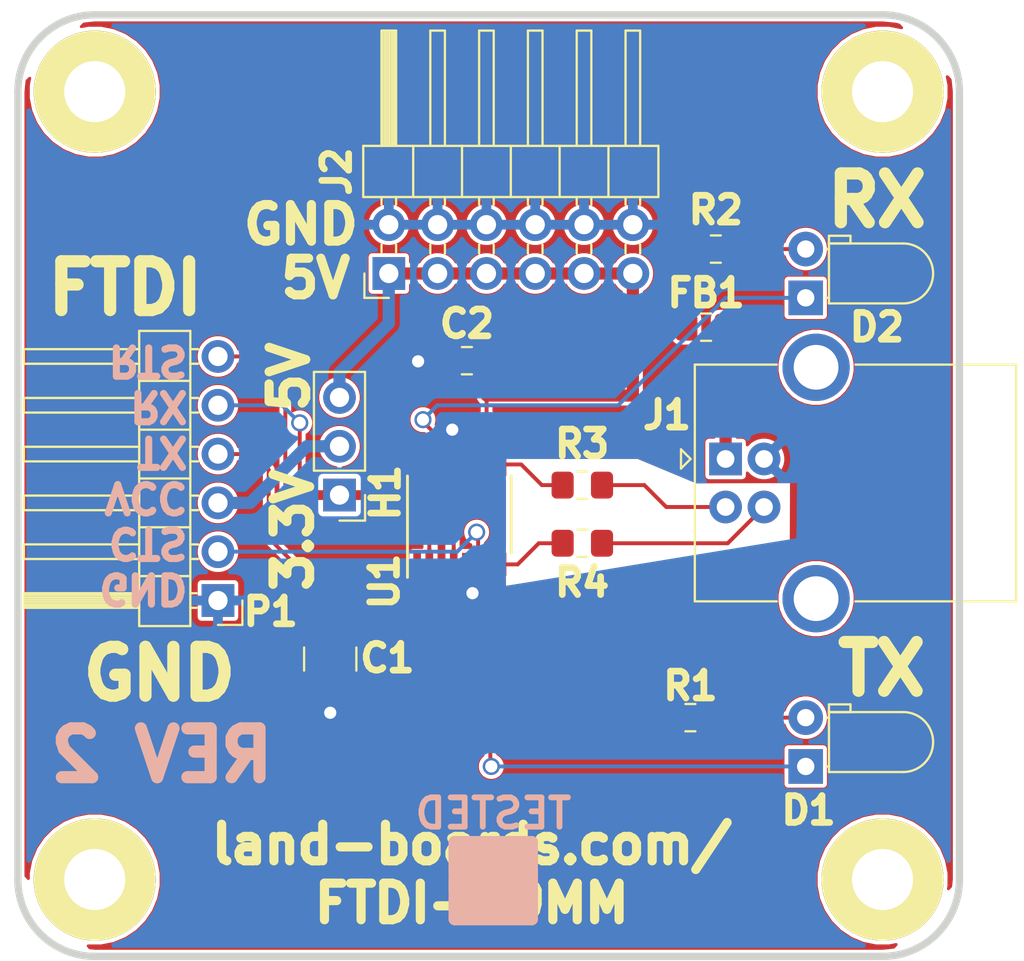
<source format=kicad_pcb>
(kicad_pcb (version 20211014) (generator pcbnew)
  (title_block (title "FTDI-49MM") (date "2020-03-10") (rev "1") (company "Land Boards LLC"))
  (layers (0 "F.Cu" signal "Front") (31 "B.Cu" signal "Back") (36 "B.SilkS" user "B.Silkscreen") (37 "F.SilkS" user "F.Silkscreen") (38 "B.Mask" user) (39 "F.Mask" user) (44 "Edge.Cuts" user))
  (net 0 "")
  (net 1 "/+3.3V")
  (net 2 "/+5V")
  (net 3 "/CTS")
  (net 4 "/DM")
  (net 5 "/DP")
  (net 6 "/PUP0")
  (net 7 "/PUP1")
  (net 8 "/RTS")
  (net 9 "/RX")
  (net 10 "/RXLED*")
  (net 11 "/TX")
  (net 12 "/TXLED*")
  (net 13 "GND")
  (net 14 "/5VOUT")
  (net 15 "Net-(J1-Pad2)")
  (net 16 "Net-(J1-Pad3)")
  (net 17 "Net-(FB1-Pad2)")
  (footprint "Connector_PinHeader_2.54mm:PinHeader_2x06_P2.54mm_Horizontal" (layer "F.Cu") (at 19.304 13.462 90)
    (fp_text reference "J2" (at 5.3086 -2.7178 90) (layer "F.SilkS") (effects (font (size 1.397 1.397) (thickness 0.381))))
    (fp_text value "Conn_02x06_Odd_Even")
    (fp_line (start 3.582929 4.7) (end 3.98 4.7) (layer "F.SilkS") (width 0.12))
    (fp_line (start 1.042929 13.08) (end 1.497071 13.08) (layer "F.SilkS") (width 0.12))
    (fp_line (start 3.98 -1.33) (end 3.98 14.03) (layer "F.SilkS") (width 0.12))
    (fp_line (start 6.64 7.24) (end 12.64 7.24) (layer "F.SilkS") (width 0.12))
    (fp_line (start 3.98 14.03) (end 6.64 14.03) (layer "F.SilkS") (width 0.12))
    (fp_line (start 1.042929 2.16) (end 1.497071 2.16) (layer "F.SilkS") (width 0.12))
    (fp_line (start 3.582929 2.16) (end 3.98 2.16) (layer "F.SilkS") (width 0.12))
    (fp_line (start 12.64 7.24) (end 12.64 8) (layer "F.SilkS") (width 0.12))
    (fp_line (start 1.042929 7.24) (end 1.497071 7.24) (layer "F.SilkS") (width 0.12))
    (fp_line (start 6.64 -0.08) (end 12.64 -0.08) (layer "F.SilkS") (width 0.12))
    (fp_line (start 1.11 -0.38) (end 1.497071 -0.38) (layer "F.SilkS") (width 0.12))
    (fp_line (start 12.64 10.54) (end 6.64 10.54) (layer "F.SilkS") (width 0.12))
    (fp_line (start 1.042929 8) (end 1.497071 8) (layer "F.SilkS") (width 0.12))
    (fp_line (start 6.64 -0.32) (end 12.64 -0.32) (layer "F.SilkS") (width 0.12))
    (fp_line (start 1.042929 10.54) (end 1.497071 10.54) (layer "F.SilkS") (width 0.12))
    (fp_line (start -1.27 0) (end -1.27 -1.27) (layer "F.SilkS") (width 0.12))
    (fp_line (start 1.11 0.38) (end 1.497071 0.38) (layer "F.SilkS") (width 0.12))
    (fp_line (start 12.64 8) (end 6.64 8) (layer "F.SilkS") (width 0.12))
    (fp_line (start 12.64 2.92) (end 6.64 2.92) (layer "F.SilkS") (width 0.12))
    (fp_line (start 3.582929 0.38) (end 3.98 0.38) (layer "F.SilkS") (width 0.12))
    (fp_line (start 3.582929 13.08) (end 3.98 13.08) (layer "F.SilkS") (width 0.12))
    (fp_line (start 12.64 9.78) (end 12.64 10.54) (layer "F.SilkS") (width 0.12))
    (fp_line (start -1.27 -1.27) (end 0 -1.27) (layer "F.SilkS") (width 0.12))
    (fp_line (start 12.64 13.08) (end 6.64 13.08) (layer "F.SilkS") (width 0.12))
    (fp_line (start 12.64 12.32) (end 12.64 13.08) (layer "F.SilkS") (width 0.12))
    (fp_line (start 6.64 4.7) (end 12.64 4.7) (layer "F.SilkS") (width 0.12))
    (fp_line (start 3.98 8.89) (end 6.64 8.89) (layer "F.SilkS") (width 0.12))
    (fp_line (start 3.582929 10.54) (end 3.98 10.54) (layer "F.SilkS") (width 0.12))
    (fp_line (start 1.042929 12.32) (end 1.497071 12.32) (layer "F.SilkS") (width 0.12))
    (fp_line (start 12.64 2.16) (end 12.64 2.92) (layer "F.SilkS") (width 0.12))
    (fp_line (start 3.582929 9.78) (end 3.98 9.78) (layer "F.SilkS") (width 0.12))
    (fp_line (start 3.582929 -0.38) (end 3.98 -0.38) (layer "F.SilkS") (width 0.12))
    (fp_line (start 12.64 5.46) (end 6.64 5.46) (layer "F.SilkS") (width 0.12))
    (fp_line (start 6.64 0.28) (end 12.64 0.28) (layer "F.SilkS") (width 0.12))
    (fp_line (start 3.98 11.43) (end 6.64 11.43) (layer "F.SilkS") (width 0.12))
    (fp_line (start 6.64 9.78) (end 12.64 9.78) (layer "F.SilkS") (width 0.12))
    (fp_line (start 3.582929 5.46) (end 3.98 5.46) (layer "F.SilkS") (width 0.12))
    (fp_line (start 3.98 6.35) (end 6.64 6.35) (layer "F.SilkS") (width 0.12))
    (fp_line (start 3.582929 12.32) (end 3.98 12.32) (layer "F.SilkS") (width 0.12))
    (fp_line (start 3.98 1.27) (end 6.64 1.27) (layer "F.SilkS") (width 0.12))
    (fp_line (start 6.64 0.04) (end 12.64 0.04) (layer "F.SilkS") (width 0.12))
    (fp_line (start 6.64 0.16) (end 12.64 0.16) (layer "F.SilkS") (width 0.12))
    (fp_line (start 6.64 -0.38) (end 12.64 -0.38) (layer "F.SilkS") (width 0.12))
    (fp_line (start 3.582929 8) (end 3.98 8) (layer "F.SilkS") (width 0.12))
    (fp_line (start 12.64 -0.38) (end 12.64 0.38) (layer "F.SilkS") (width 0.12))
    (fp_line (start 6.64 -0.2) (end 12.64 -0.2) (layer "F.SilkS") (width 0.12))
    (fp_line (start 6.64 14.03) (end 6.64 -1.33) (layer "F.SilkS") (width 0.12))
    (fp_line (start 1.042929 4.7) (end 1.497071 4.7) (layer "F.SilkS") (width 0.12))
    (fp_line (start 3.582929 2.92) (end 3.98 2.92) (layer "F.SilkS") (width 0.12))
    (fp_line (start 6.64 -1.33) (end 3.98 -1.33) (layer "F.SilkS") (width 0.12))
    (fp_line (start 3.582929 7.24) (end 3.98 7.24) (layer "F.SilkS") (width 0.12))
    (fp_line (start 6.64 12.32) (end 12.64 12.32) (layer "F.SilkS") (width 0.12))
    (fp_line (start 12.64 4.7) (end 12.64 5.46) (layer "F.SilkS") (width 0.12))
    (fp_line (start 12.64 0.38) (end 6.64 0.38) (layer "F.SilkS") (width 0.12))
    (fp_line (start 1.042929 9.78) (end 1.497071 9.78) (layer "F.SilkS") (width 0.12))
    (fp_line (start 1.042929 5.46) (end 1.497071 5.46) (layer "F.SilkS") (width 0.12))
    (fp_line (start 3.98 3.81) (end 6.64 3.81) (layer "F.SilkS") (width 0.12))
    (fp_line (start 6.64 2.16) (end 12.64 2.16) (layer "F.SilkS") (width 0.12))
    (fp_line (start 1.042929 2.92) (end 1.497071 2.92) (layer "F.SilkS") (width 0.12))
    (pad "1" thru_hole rect locked (at 0 0 90) (size 1.7 1.7) (drill 1) (layers *.Cu *.Mask) (net 2 "/+5V"))
    (pad "2" thru_hole oval locked (at 2.54 0 90) (size 1.7 1.7) (drill 1) (layers *.Cu *.Mask) (net 13 "GND"))
    (pad "3" thru_hole oval locked (at 0 2.54 90) (size 1.7 1.7) (drill 1) (layers *.Cu *.Mask) (net 2 "/+5V"))
    (pad "4" thru_hole oval locked (at 2.54 2.54 90) (size 1.7 1.7) (drill 1) (layers *.Cu *.Mask) (net 13 "GND"))
    (pad "5" thru_hole oval locked (at 0 5.08 90) (size 1.7 1.7) (drill 1) (layers *.Cu *.Mask) (net 2 "/+5V"))
    (pad "6" thru_hole oval locked (at 2.54 5.08 90) (size 1.7 1.7) (drill 1) (layers *.Cu *.Mask) (net 13 "GND"))
    (pad "7" thru_hole oval locked (at 0 7.62 90) (size 1.7 1.7) (drill 1) (layers *.Cu *.Mask) (net 2 "/+5V"))
    (pad "8" thru_hole oval locked (at 2.54 7.62 90) (size 1.7 1.7) (drill 1) (layers *.Cu *.Mask) (net 13 "GND"))
    (pad "9" thru_hole oval locked (at 0 10.16 90) (size 1.7 1.7) (drill 1) (layers *.Cu *.Mask) (net 2 "/+5V"))
    (pad "10" thru_hole oval locked (at 2.54 10.16 90) (size 1.7 1.7) (drill 1) (layers *.Cu *.Mask) (net 13 "GND"))
    (pad "11" thru_hole oval locked (at 0 12.7 90) (size 1.7 1.7) (drill 1) (layers *.Cu *.Mask) (net 2 "/+5V"))
    (pad "12" thru_hole oval locked (at 2.54 12.7 90) (size 1.7 1.7) (drill 1) (layers *.Cu *.Mask) (net 13 "GND"))
  )
  (footprint "LandBoards_BoardOutlines:BD-49X49" (layer "F.Cu") (at 0 49)
    (fp_text reference "BD-49X49" hide)
    (fp_text value "PCB_49MM" hide)
    (fp_line (start 45 -49) (end 4 -49) (layer "F.SilkS") (width 0.15))
    (fp_line (start 49 -4) (end 49 -45) (layer "F.SilkS") (width 0.15))
    (fp_line (start 0 -45) (end 0 -4) (layer "F.SilkS") (width 0.15))
    (fp_line (start 4 0) (end 45 0) (layer "F.SilkS") (width 0.15))
    (fp_arc (start 0 -45) (mid 1.171573 -47.828427) (end 4 -49) (layer "F.SilkS") (width 0.15))
    (fp_arc (start 49 -4) (mid 47.828427 -1.171573) (end 45 0) (layer "F.SilkS") (width 0.15))
    (fp_arc (start 45 -49) (mid 47.828427 -47.828427) (end 49 -45) (layer "F.SilkS") (width 0.15))
    (fp_arc (start 4 0) (mid 1.171573 -1.171573) (end 0 -4) (layer "F.SilkS") (width 0.15))
    (pad "1" thru_hole circle locked (at 4 -45) (size 6.35 6.35) (drill 3.175) (layers *.Cu *.Mask "F.SilkS"))
    (pad "2" thru_hole circle locked (at 45 -45) (size 6.35 6.35) (drill 3.175) (layers *.Cu *.Mask "F.SilkS"))
    (pad "3" thru_hole circle locked (at 4 -4) (size 6.35 6.35) (drill 3.175) (layers *.Cu *.Mask "F.SilkS"))
    (pad "4" thru_hole circle locked (at 45 -4) (size 6.35 6.35) (drill 3.175) (layers *.Cu *.Mask "F.SilkS"))
  )
  (footprint "Capacitor_SMD:C_1210_3225Metric_Pad1.42x2.65mm_HandSolder" (layer "F.Cu") (at 16.256 33.528 -90)
    (fp_text reference "C1" (at -0.0508 -2.9718) (layer "F.SilkS") (effects (font (size 1.397 1.397) (thickness 0.381))))
    (fp_text value "10uF")
    (fp_line (start -0.602064 1.36) (end 0.602064 1.36) (layer "F.SilkS") (width 0.12))
    (fp_line (start -0.602064 -1.36) (end 0.602064 -1.36) (layer "F.SilkS") (width 0.12))
    (pad "1" smd roundrect locked (at -1.4875 0 270) (size 1.425 2.65) (layers "F.Cu" "F.Paste" "F.Mask") (roundrect_rratio 0.175439) (net 1 "/+3.3V"))
    (pad "2" smd roundrect locked (at 1.4875 0 270) (size 1.425 2.65) (layers "F.Cu" "F.Paste" "F.Mask") (roundrect_rratio 0.175439) (net 13 "GND"))
  )
  (footprint "Capacitor_SMD:C_0805_2012Metric_Pad1.15x1.40mm_HandSolder" (layer "F.Cu") (at 23.368 18 180)
    (fp_text reference "C2" (at 0 1.9218 180) (layer "F.SilkS") (effects (font (size 1.397 1.397) (thickness 0.381))))
    (fp_text value "0.1uF")
    (fp_line (start -0.261252 -0.71) (end 0.261252 -0.71) (layer "F.SilkS") (width 0.12))
    (fp_line (start -0.261252 0.71) (end 0.261252 0.71) (layer "F.SilkS") (width 0.12))
    (pad "1" smd roundrect locked (at -1.025 0 180) (size 1.15 1.4) (layers "F.Cu" "F.Paste" "F.Mask") (roundrect_rratio 0.217391) (net 2 "/+5V"))
    (pad "2" smd roundrect locked (at 1.025 0 180) (size 1.15 1.4) (layers "F.Cu" "F.Paste" "F.Mask") (roundrect_rratio 0.217391) (net 13 "GND"))
  )
  (footprint "Connector_PinHeader_2.54mm:PinHeader_1x03_P2.54mm_Vertical" (layer "F.Cu") (at 16.7386 24.9936 180)
    (fp_text reference "H1" (at -2.3876 0.127 90) (layer "F.SilkS") (effects (font (size 1.397 1.397) (thickness 0.34925))))
    (fp_text value "HDR, STRT, 13")
    (fp_line (start -1.33 1.27) (end 1.33 1.27) (layer "F.SilkS") (width 0.12))
    (fp_line (start -1.33 -1.33) (end 0 -1.33) (layer "F.SilkS") (width 0.12))
    (fp_line (start -1.33 6.41) (end 1.33 6.41) (layer "F.SilkS") (width 0.12))
    (fp_line (start -1.33 1.27) (end -1.33 6.41) (layer "F.SilkS") (width 0.12))
    (fp_line (start 1.33 1.27) (end 1.33 6.41) (layer "F.SilkS") (width 0.12))
    (fp_line (start -1.33 0) (end -1.33 -1.33) (layer "F.SilkS") (width 0.12))
    (pad "1" thru_hole rect locked (at 0 0 180) (size 1.7 1.7) (drill 1) (layers *.Cu *.Mask) (net 1 "/+3.3V"))
    (pad "2" thru_hole oval locked (at 0 2.54 180) (size 1.7 1.7) (drill 1) (layers *.Cu *.Mask) (net 14 "/5VOUT"))
    (pad "3" thru_hole oval locked (at 0 5.08 180) (size 1.7 1.7) (drill 1) (layers *.Cu *.Mask) (net 2 "/+5V"))
  )
  (footprint "Connector_USB:USB_B_OST_USB-B1HSxx_Horizontal" (layer "F.Cu") (at 36.83 23.114)
    (fp_text reference "J1" (at -3.048 -2.286) (layer "F.SilkS") (effects (font (size 1.397 1.397) (thickness 0.381))))
    (fp_text value "USB-B")
    (fp_line (start -2.32 0.5) (end -1.82 0) (layer "F.SilkS") (width 0.12))
    (fp_line (start -1.6 7.41) (end 2.66 7.41) (layer "F.SilkS") (width 0.12))
    (fp_line (start -1.82 0) (end -2.32 -0.5) (layer "F.SilkS") (width 0.12))
    (fp_line (start 15.12 -4.91) (end 15.12 7.41) (layer "F.SilkS") (width 0.12))
    (fp_line (start 15.12 7.41) (end 6.76 7.41) (layer "F.SilkS") (width 0.12))
    (fp_line (start -1.6 -4.91) (end -1.6 7.41) (layer "F.SilkS") (width 0.12))
    (fp_line (start 2.66 -4.91) (end -1.6 -4.91) (layer "F.SilkS") (width 0.12))
    (fp_line (start -2.32 -0.5) (end -2.32 0.5) (layer "F.SilkS") (width 0.12))
    (fp_line (start 6.76 -4.91) (end 15.12 -4.91) (layer "F.SilkS") (width 0.12))
    (pad "1" thru_hole rect locked (at 0 0) (size 1.7 1.7) (drill 0.92) (layers *.Cu *.Mask) (net 17 "Net-(FB1-Pad2)"))
    (pad "2" thru_hole circle locked (at 0 2.5) (size 1.7 1.7) (drill 0.92) (layers *.Cu *.Mask) (net 15 "Net-(J1-Pad2)"))
    (pad "3" thru_hole circle locked (at 2 2.5) (size 1.7 1.7) (drill 0.92) (layers *.Cu *.Mask) (net 16 "Net-(J1-Pad3)"))
    (pad "4" thru_hole circle locked (at 2 0) (size 1.7 1.7) (drill 0.92) (layers *.Cu *.Mask) (net 13 "GND"))
    (pad "5" thru_hole circle locked (at 4.71 -4.77) (size 3.5 3.5) (drill 2.33) (layers *.Cu *.Mask))
    (pad "5" thru_hole circle locked (at 4.71 7.27) (size 3.5 3.5) (drill 2.33) (layers *.Cu *.Mask))
  )
  (footprint "Connector_PinHeader_2.54mm:PinHeader_1x06_P2.54mm_Horizontal" (layer "F.Cu") (at 10.414 30.48 180)
    (fp_text reference "P1" (at -2.7432 -0.5842 180) (layer "F.SilkS") (effects (font (size 1.397 1.397) (thickness 0.34925))))
    (fp_text value "HDR, RT ANG, 1x6")
    (fp_line (start 10.1 -0.38) (end 10.1 0.38) (layer "F.SilkS") (width 0.12))
    (fp_line (start 4.1 0.04) (end 10.1 0.04) (layer "F.SilkS") (width 0.12))
    (fp_line (start 10.1 4.7) (end 10.1 5.46) (layer "F.SilkS") (width 0.12))
    (fp_line (start 10.1 2.16) (end 10.1 2.92) (layer "F.SilkS") (width 0.12))
    (fp_line (start 4.1 2.16) (end 10.1 2.16) (layer "F.SilkS") (width 0.12))
    (fp_line (start 4.1 9.78) (end 10.1 9.78) (layer "F.SilkS") (width 0.12))
    (fp_line (start 1.11 -0.38) (end 1.44 -0.38) (layer "F.SilkS") (width 0.12))
    (fp_line (start 1.042929 5.46) (end 1.44 5.46) (layer "F.SilkS") (width 0.12))
    (fp_line (start 1.44 8.89) (end 4.1 8.89) (layer "F.SilkS") (width 0.12))
    (fp_line (start 1.042929 4.7) (end 1.44 4.7) (layer "F.SilkS") (width 0.12))
    (fp_line (start 10.1 10.54) (end 4.1 10.54) (layer "F.SilkS") (width 0.12))
    (fp_line (start 1.44 11.43) (end 4.1 11.43) (layer "F.SilkS") (width 0.12))
    (fp_line (start 1.44 14.03) (end 4.1 14.03) (layer "F.SilkS") (width 0.12))
    (fp_line (start 10.1 9.78) (end 10.1 10.54) (layer "F.SilkS") (width 0.12))
    (fp_line (start 10.1 13.08) (end 4.1 13.08) (layer "F.SilkS") (width 0.12))
    (fp_line (start 1.44 1.27) (end 4.1 1.27) (layer "F.SilkS") (width 0.12))
    (fp_line (start 4.1 14.03) (end 4.1 -1.33) (layer "F.SilkS") (width 0.12))
    (fp_line (start 10.1 8) (end 4.1 8) (layer "F.SilkS") (width 0.12))
    (fp_line (start 4.1 -0.08) (end 10.1 -0.08) (layer "F.SilkS") (width 0.12))
    (fp_line (start 10.1 5.46) (end 4.1 5.46) (layer "F.SilkS") (width 0.12))
    (fp_line (start 4.1 -0.38) (end 10.1 -0.38) (layer "F.SilkS") (width 0.12))
    (fp_line (start 1.11 0.38) (end 1.44 0.38) (layer "F.SilkS") (width 0.12))
    (fp_line (start 1.44 -1.33) (end 1.44 14.03) (layer "F.SilkS") (width 0.12))
    (fp_line (start 10.1 12.32) (end 10.1 13.08) (layer "F.SilkS") (width 0.12))
    (fp_line (start -1.27 -1.27) (end 0 -1.27) (layer "F.SilkS") (width 0.12))
    (fp_line (start 1.042929 9.78) (end 1.44 9.78) (layer "F.SilkS") (width 0.12))
    (fp_line (start 1.042929 12.32) (end 1.44 12.32) (layer "F.SilkS") (width 0.12))
    (fp_line (start 4.1 0.16) (end 10.1 0.16) (layer "F.SilkS") (width 0.12))
    (fp_line (start 1.042929 2.16) (end 1.44 2.16) (layer "F.SilkS") (width 0.12))
    (fp_line (start 4.1 -1.33) (end 1.44 -1.33) (layer "F.SilkS") (width 0.12))
    (fp_line (start -1.27 0) (end -1.27 -1.27) (layer "F.SilkS") (width 0.12))
    (fp_line (start 4.1 0.28) (end 10.1 0.28) (layer "F.SilkS") (width 0.12))
    (fp_line (start 1.44 3.81) (end 4.1 3.81) (layer "F.SilkS") (width 0.12))
    (fp_line (start 10.1 7.24) (end 10.1 8) (layer "F.SilkS") (width 0.12))
    (fp_line (start 1.042929 2.92) (end 1.44 2.92) (layer "F.SilkS") (width 0.12))
    (fp_line (start 1.042929 10.54) (end 1.44 10.54) (layer "F.SilkS") (width 0.12))
    (fp_line (start 10.1 0.38) (end 4.1 0.38) (layer "F.SilkS") (width 0.12))
    (fp_line (start 10.1 2.92) (end 4.1 2.92) (layer "F.SilkS") (width 0.12))
    (fp_line (start 4.1 -0.2) (end 10.1 -0.2) (layer "F.SilkS") (width 0.12))
    (fp_line (start 1.042929 8) (end 1.44 8) (layer "F.SilkS") (width 0.12))
    (fp_line (start 1.44 6.35) (end 4.1 6.35) (layer "F.SilkS") (width 0.12))
    (fp_line (start 1.042929 7.24) (end 1.44 7.24) (layer "F.SilkS") (width 0.12))
    (fp_line (start 4.1 7.24) (end 10.1 7.24) (layer "F.SilkS") (width 0.12))
    (fp_line (start 1.042929 13.08) (end 1.44 13.08) (layer "F.SilkS") (width 0.12))
    (fp_line (start 4.1 -0.32) (end 10.1 -0.32) (layer "F.SilkS") (width 0.12))
    (fp_line (start 4.1 4.7) (end 10.1 4.7) (layer "F.SilkS") (width 0.12))
    (fp_line (start 4.1 12.32) (end 10.1 12.32) (layer "F.SilkS") (width 0.12))
    (pad "1" thru_hole rect locked (at 0 0 180) (size 1.7 1.7) (drill 1) (layers *.Cu *.Mask) (net 13 "GND"))
    (pad "2" thru_hole oval locked (at 0 2.54 180) (size 1.7 1.7) (drill 1) (layers *.Cu *.Mask) (net 3 "/CTS"))
    (pad "3" thru_hole oval locked (at 0 5.08 180) (size 1.7 1.7) (drill 1) (layers *.Cu *.Mask) (net 14 "/5VOUT"))
    (pad "4" thru_hole oval locked (at 0 7.62 180) (size 1.7 1.7) (drill 1) (layers *.Cu *.Mask) (net 11 "/TX"))
    (pad "5" thru_hole oval locked (at 0 10.16 180) (size 1.7 1.7) (drill 1) (layers *.Cu *.Mask) (net 9 "/RX"))
    (pad "6" thru_hole oval locked (at 0 12.7 180) (size 1.7 1.7) (drill 1) (layers *.Cu *.Mask) (net 8 "/RTS"))
  )
  (footprint "Resistor_SMD:R_0805_2012Metric_Pad1.15x1.40mm_HandSolder" (layer "F.Cu") (at 35 36.576)
    (fp_text reference "R1" (at 0 -1.65) (layer "F.SilkS") (effects (font (size 1.397 1.397) (thickness 0.381))))
    (fp_text value "560")
    (fp_line (start -0.261252 -0.71) (end 0.261252 -0.71) (layer "F.SilkS") (width 0.12))
    (fp_line (start -0.261252 0.71) (end 0.261252 0.71) (layer "F.SilkS") (width 0.12))
    (pad "1" smd roundrect locked (at -1.025 0) (size 1.15 1.4) (layers "F.Cu" "F.Paste" "F.Mask") (roundrect_rratio 0.217391) (net 1 "/+3.3V"))
    (pad "2" smd roundrect locked (at 1.025 0) (size 1.15 1.4) (layers "F.Cu" "F.Paste" "F.Mask") (roundrect_rratio 0.217391) (net 6 "/PUP0"))
  )
  (footprint "Resistor_SMD:R_0805_2012Metric_Pad1.15x1.40mm_HandSolder" (layer "F.Cu") (at 36.322 12.192)
    (fp_text reference "R2" (at 0 -2.032) (layer "F.SilkS") (effects (font (size 1.397 1.397) (thickness 0.381))))
    (fp_text value "560")
    (fp_line (start -0.261252 0.71) (end 0.261252 0.71) (layer "F.SilkS") (width 0.12))
    (fp_line (start -0.261252 -0.71) (end 0.261252 -0.71) (layer "F.SilkS") (width 0.12))
    (pad "1" smd roundrect locked (at -1.025 0) (size 1.15 1.4) (layers "F.Cu" "F.Paste" "F.Mask") (roundrect_rratio 0.217391) (net 1 "/+3.3V"))
    (pad "2" smd roundrect locked (at 1.025 0) (size 1.15 1.4) (layers "F.Cu" "F.Paste" "F.Mask") (roundrect_rratio 0.217391) (net 7 "/PUP1"))
  )
  (footprint "Package_SO:SSOP-16_3.9x4.9mm_P0.635mm" (layer "F.Cu") (at 23 26 90)
    (fp_text reference "U1" (at -3.4894 -3.9246 90) (layer "F.SilkS") (effects (font (size 1.397 1.397) (thickness 0.381))))
    (fp_text value "FT230XS")
    (fp_line (start -2 2.675) (end 2 2.675) (layer "F.SilkS") (width 0.15))
    (fp_line (start -3.275 -2.725) (end 2 -2.725) (layer "F.SilkS") (width 0.15))
    (pad "1" smd rect locked (at -2.6 -2.2225 90) (size 1.2 0.4) (layers "F.Cu" "F.Paste" "F.Mask") (net 11 "/TX"))
    (pad "2" smd rect locked (at -2.6 -1.5875 90) (size 1.2 0.4) (layers "F.Cu" "F.Paste" "F.Mask") (net 8 "/RTS"))
    (pad "3" smd rect locked (at -2.6 -0.9525 90) (size 1.2 0.4) (layers "F.Cu" "F.Paste" "F.Mask") (net 1 "/+3.3V"))
    (pad "4" smd rect locked (at -2.6 -0.3175 90) (size 1.2 0.4) (layers "F.Cu" "F.Paste" "F.Mask") (net 9 "/RX"))
    (pad "5" smd rect locked (at -2.6 0.3175 90) (size 1.2 0.4) (layers "F.Cu" "F.Paste" "F.Mask") (net 13 "GND"))
    (pad "6" smd rect locked (at -2.6 0.9525 90) (size 1.2 0.4) (layers "F.Cu" "F.Paste" "F.Mask") (net 3 "/CTS"))
    (pad "7" smd rect locked (at -2.6 1.5875 90) (size 1.2 0.4) (layers "F.Cu" "F.Paste" "F.Mask") (net 12 "/TXLED*"))
    (pad "8" smd rect locked (at -2.6 2.2225 90) (size 1.2 0.4) (layers "F.Cu" "F.Paste" "F.Mask") (net 5 "/DP"))
    (pad "9" smd rect locked (at 2.6 2.2225 90) (size 1.2 0.4) (layers "F.Cu" "F.Paste" "F.Mask") (net 4 "/DM"))
    (pad "10" smd rect locked (at 2.6 1.5875 90) (size 1.2 0.4) (layers "F.Cu" "F.Paste" "F.Mask") (net 1 "/+3.3V"))
    (pad "11" smd rect locked (at 2.6 0.9525 90) (size 1.2 0.4) (layers "F.Cu" "F.Paste" "F.Mask"))
    (pad "12" smd rect locked (at 2.6 0.3175 90) (size 1.2 0.4) (layers "F.Cu" "F.Paste" "F.Mask") (net 2 "/+5V"))
    (pad "13" smd rect locked (at 2.6 -0.3175 90) (size 1.2 0.4) (layers "F.Cu" "F.Paste" "F.Mask") (net 13 "GND"))
    (pad "14" smd rect locked (at 2.6 -0.9525 90) (size 1.2 0.4) (layers "F.Cu" "F.Paste" "F.Mask") (net 10 "/RXLED*"))
    (pad "15" smd rect locked (at 2.6 -1.5875 90) (size 1.2 0.4) (layers "F.Cu" "F.Paste" "F.Mask"))
    (pad "16" smd rect locked (at 2.6 -2.2225 90) (size 1.2 0.4) (layers "F.Cu" "F.Paste" "F.Mask"))
  )
  (footprint "LED_THT:LED_D3.0mm_Horizontal_O1.27mm_Z2.0mm" (layer "F.Cu") (at 41 39.116 90)
    (fp_text reference "D1" (at -2.286 0.148 180) (layer "F.SilkS") (effects (font (size 1.397 1.397) (thickness 0.381))))
    (fp_text value "LED_ALT")
    (fp_line (start 3.23 2.33) (end 2.83 2.33) (layer "F.SilkS") (width 0.12))
    (fp_line (start 0 1.08) (end 0 1.21) (layer "F.SilkS") (width 0.12))
    (fp_line (start -0.29 1.21) (end -0.29 5.07) (layer "F.SilkS") (width 0.12))
    (fp_line (start 2.54 1.08) (end 2.54 1.08) (layer "F.SilkS") (width 0.12))
    (fp_line (start 2.54 1.08) (end 2.54 1.21) (layer "F.SilkS") (width 0.12))
    (fp_line (start 2.54 1.21) (end 2.54 1.21) (layer "F.SilkS") (width 0.12))
    (fp_line (start 3.23 1.21) (end 3.23 2.33) (layer "F.SilkS") (width 0.12))
    (fp_line (start 2.83 1.21) (end 2.83 5.07) (layer "F.SilkS") (width 0.12))
    (fp_line (start 0 1.21) (end 0 1.21) (layer "F.SilkS") (width 0.12))
    (fp_line (start 2.54 1.21) (end 2.54 1.08) (layer "F.SilkS") (width 0.12))
    (fp_line (start 2.83 1.21) (end 3.23 1.21) (layer "F.SilkS") (width 0.12))
    (fp_line (start 0 1.21) (end 0 1.08) (layer "F.SilkS") (width 0.12))
    (fp_line (start -0.29 1.21) (end 2.83 1.21) (layer "F.SilkS") (width 0.12))
    (fp_line (start 2.83 2.33) (end 2.83 1.21) (layer "F.SilkS") (width 0.12))
    (fp_line (start 0 1.08) (end 0 1.08) (layer "F.SilkS") (width 0.12))
    (fp_arc (start 2.83 5.07) (mid 1.27 6.63) (end -0.29 5.07) (layer "F.SilkS") (width 0.12))
    (pad "1" thru_hole rect locked (at 0 0 90) (size 1.8 1.8) (drill 0.9) (layers *.Cu *.Mask) (net 12 "/TXLED*"))
    (pad "2" thru_hole circle locked (at 2.54 0 90) (size 1.8 1.8) (drill 0.9) (layers *.Cu *.Mask) (net 6 "/PUP0"))
  )
  (footprint "LED_THT:LED_D3.0mm_Horizontal_O1.27mm_Z2.0mm" (layer "F.Cu") (at 41 14.73 90)
    (fp_text reference "D2" (at -1.526 3.704 180) (layer "F.SilkS") (effects (font (size 1.397 1.397) (thickness 0.381))))
    (fp_text value "LED_ALT")
    (fp_line (start 3.23 1.21) (end 3.23 2.33) (layer "F.SilkS") (width 0.12))
    (fp_line (start -0.29 1.21) (end 2.83 1.21) (layer "F.SilkS") (width 0.12))
    (fp_line (start -0.29 1.21) (end -0.29 5.07) (layer "F.SilkS") (width 0.12))
    (fp_line (start 2.83 1.21) (end 3.23 1.21) (layer "F.SilkS") (width 0.12))
    (fp_line (start 0 1.08) (end 0 1.21) (layer "F.SilkS") (width 0.12))
    (fp_line (start 2.54 1.21) (end 2.54 1.21) (layer "F.SilkS") (width 0.12))
    (fp_line (start 0 1.21) (end 0 1.21) (layer "F.SilkS") (width 0.12))
    (fp_line (start 2.54 1.08) (end 2.54 1.21) (layer "F.SilkS") (width 0.12))
    (fp_line (start 0 1.08) (end 0 1.08) (layer "F.SilkS") (width 0.12))
    (fp_line (start 2.54 1.21) (end 2.54 1.08) (layer "F.SilkS") (width 0.12))
    (fp_line (start 2.83 2.33) (end 2.83 1.21) (layer "F.SilkS") (width 0.12))
    (fp_line (start 2.54 1.08) (end 2.54 1.08) (layer "F.SilkS") (width 0.12))
    (fp_line (start 3.23 2.33) (end 2.83 2.33) (layer "F.SilkS") (width 0.12))
    (fp_line (start 2.83 1.21) (end 2.83 5.07) (layer "F.SilkS") (width 0.12))
    (fp_line (start 0 1.21) (end 0 1.08) (layer "F.SilkS") (width 0.12))
    (fp_arc (start 2.83 5.07) (mid 1.27 6.63) (end -0.29 5.07) (layer "F.SilkS") (width 0.12))
    (pad "1" thru_hole rect locked (at 0 0 90) (size 1.8 1.8) (drill 0.9) (layers *.Cu *.Mask) (net 10 "/RXLED*"))
    (pad "2" thru_hole circle locked (at 2.54 0 90) (size 1.8 1.8) (drill 0.9) (layers *.Cu *.Mask) (net 7 "/PUP1"))
  )
  (footprint "Resistor_SMD:R_0805_2012Metric_Pad1.15x1.40mm_HandSolder" (layer "F.Cu") (at 29.375001 24.475001 180)
    (fp_text reference "R3" (at 0.012601 2.148401 180) (layer "F.SilkS") (effects (font (size 1.397 1.397) (thickness 0.381))))
    (fp_text value "22")
    (fp_line (start -0.261252 0.71) (end 0.261252 0.71) (layer "F.SilkS") (width 0.12))
    (fp_line (start -0.261252 -0.71) (end 0.261252 -0.71) (layer "F.SilkS") (width 0.12))
    (pad "1" smd roundrect locked (at -1.025 0 180) (size 1.15 1.4) (layers "F.Cu" "F.Paste" "F.Mask") (roundrect_rratio 0.217391) (net 15 "Net-(J1-Pad2)"))
    (pad "2" smd roundrect locked (at 1.025 0 180) (size 1.15 1.4) (layers "F.Cu" "F.Paste" "F.Mask") (roundrect_rratio 0.217391) (net 4 "/DM"))
  )
  (footprint "Resistor_SMD:R_0805_2012Metric_Pad1.15x1.40mm_HandSolder" (layer "F.Cu") (at 29.375001 27.5 180)
    (fp_text reference "R4" (at 0.012601 -2.0402 180) (layer "F.SilkS") (effects (font (size 1.397 1.397) (thickness 0.381))))
    (fp_text value "22")
    (fp_line (start -0.261252 -0.71) (end 0.261252 -0.71) (layer "F.SilkS") (width 0.12))
    (fp_line (start -0.261252 0.71) (end 0.261252 0.71) (layer "F.SilkS") (width 0.12))
    (pad "1" smd roundrect locked (at -1.025 0 180) (size 1.15 1.4) (layers "F.Cu" "F.Paste" "F.Mask") (roundrect_rratio 0.217391) (net 16 "Net-(J1-Pad3)"))
    (pad "2" smd roundrect locked (at 1.025 0 180) (size 1.15 1.4) (layers "F.Cu" "F.Paste" "F.Mask") (roundrect_rratio 0.217391) (net 5 "/DP"))
  )
  (footprint "Resistor_SMD:R_0805_2012Metric_Pad1.15x1.40mm_HandSolder" (layer "F.Cu") (at 35.814 16.256)
    (fp_text reference "FB1" (at 0 -1.778) (layer "F.SilkS") (effects (font (size 1.397 1.397) (thickness 0.381))))
    (fp_text value "Ferrite_Bead")
    (fp_line (start -0.261252 0.71) (end 0.261252 0.71) (layer "F.SilkS") (width 0.12))
    (fp_line (start -0.261252 -0.71) (end 0.261252 -0.71) (layer "F.SilkS") (width 0.12))
    (pad "1" smd roundrect locked (at -1.025 0) (size 1.15 1.4) (layers "F.Cu" "F.Paste" "F.Mask") (roundrect_rratio 0.217391) (net 2 "/+5V"))
    (pad "2" smd roundrect locked (at 1.025 0) (size 1.15 1.4) (layers "F.Cu" "F.Paste" "F.Mask") (roundrect_rratio 0.217391) (net 17 "Net-(FB1-Pad2)"))
  )
  (footprint "LandBoards_Marking:TEST_BLK-REAR" (layer "F.Cu") (at 24.7396 45.0596)
    (fp_text reference "TESTED" (at 0 -3.5) (layer "B.SilkS") (effects (font (size 1.524 1.524) (thickness 0.3048)) (justify mirror)))
    (fp_text value "COUPON" hide)
    (fp_line (start -2 0) (end -2 0.5) (layer "B.SilkS") (width 0.65))
    (fp_line (start 2 1) (end -2 1) (layer "B.SilkS") (width 0.65))
    (fp_line (start 2 0.5) (end 2 1) (layer "B.SilkS") (width 0.65))
    (fp_line (start -2 1.5) (end 2 1.5) (layer "B.SilkS") (width 0.65))
    (fp_line (start -2 2) (end -2 -2) (layer "B.SilkS") (width 0.65))
    (fp_line (start -2 -2) (end -2 -1.5) (layer "B.SilkS") (width 0.65))
    (fp_line (start 2 -1) (end -2 -1) (layer "B.SilkS") (width 0.65))
    (fp_line (start -2 1) (end -2 1.5) (layer "B.SilkS") (width 0.65))
    (fp_line (start 2 -1.5) (end 2 -1) (layer "B.SilkS") (width 0.65))
    (fp_line (start -2 -2) (end 2 -2) (layer "B.SilkS") (width 0.65))
    (fp_line (start -2 -1.5) (end 2 -1.5) (layer "B.SilkS") (width 0.65))
    (fp_line (start -2 -0.5) (end 2 -0.5) (layer "B.SilkS") (width 0.65))
    (fp_line (start -2 0.5) (end 1.5 0.5) (layer "B.SilkS") (width 0.65))
    (fp_line (start -2 -1) (end -2 -0.5) (layer "B.SilkS") (width 0.65))
    (fp_line (start 1.5 0.5) (end 2 0.5) (layer "B.SilkS") (width 0.65))
    (fp_line (start 2 -2) (end 2 2) (layer "B.SilkS") (width 0.65))
    (fp_line (start 2 0) (end -2 0) (layer "B.SilkS") (width 0.65))
    (fp_line (start 2 -0.5) (end 2 0) (layer "B.SilkS") (width 0.65))
    (fp_line (start 2 2) (end -2 2) (layer "B.SilkS") (width 0.65))
  )
  (gr_line (start 0 4) (end 0 45) (layer "Edge.Cuts") (width 0.381))
  (gr_line (start 4 0) (end 45 0) (layer "Edge.Cuts") (width 0.381))
  (gr_line (start 49 4) (end 49 45) (layer "Edge.Cuts") (width 0.381))
  (gr_arc (start 0 4) (mid 1.171573 1.171573) (end 4 0) (layer "Edge.Cuts") (width 0.381))
  (gr_arc (start 49 45) (mid 47.828427 47.828427) (end 45 49) (layer "Edge.Cuts") (width 0.381))
  (gr_line (start 45 49) (end 4 49) (layer "Edge.Cuts") (width 0.381))
  (gr_arc (start 4 49) (mid 1.171573 47.828427) (end 0 45) (layer "Edge.Cuts") (width 0.381))
  (gr_arc (start 45 0) (mid 47.828427 1.171573) (end 49 4) (layer "Edge.Cuts") (width 0.381))
  (gr_text "GND\nCTS\nVCC\nTX\nRX\nRTS" (at 9.017 23.9268 180) (layer "B.SilkS") (effects (font (size 1.4732 1.4732) (thickness 0.3683)) (justify right mirror)))
  (gr_text "REV 2" (at 7.493 38.5318) (layer "B.SilkS") (effects (font (size 2.54 2.54) (thickness 0.635)) (justify mirror)))
  (gr_text "TX" (at 44.958 34.036) (layer "F.SilkS") (effects (font (size 2.54 2.54) (thickness 0.635))))
  (gr_text "GND" (at 7.366 34.29) (layer "F.SilkS") (effects (font (size 2.54 2.54) (thickness 0.635))))
  (gr_text "FTDI" (at 5.588 14.224) (layer "F.SilkS") (effects (font (size 2.54 2.54) (thickness 0.635))))
  (gr_text "5V" (at 14.1224 18.8468 90) (layer "F.SilkS") (effects (font (size 1.905 1.905) (thickness 0.47625))))
  (gr_text "3.3V" (at 14.3256 26.8224 90) (layer "F.SilkS") (effects (font (size 1.905 1.905) (thickness 0.47625))))
  (gr_text "land-boards.com/\nFTDI-49MM" (at 23.622 44.704) (layer "F.SilkS") (effects (font (size 1.905 1.905) (thickness 0.47625))))
  (gr_text "5V" (at 15.494 13.716) (layer "F.SilkS") (effects (font (size 1.905 1.905) (thickness 0.47625))))
  (gr_text "GND" (at 14.732 10.922) (layer "F.SilkS") (effects (font (size 1.905 1.905) (thickness 0.47625))))
  (gr_text "RX" (at 44.704 9.652) (layer "F.SilkS") (effects (font (size 2.54 2.54) (thickness 0.635))))
  (segment (start 26.924 13.462) (end 29.464 13.462) (width 0.635) (layer "F.Cu") (net 2))
  (segment (start 29.464 13.462) (end 32.004 13.462) (width 0.635) (layer "F.Cu") (net 2))
  (segment (start 26.924 13.462) (end 24.384 13.462) (width 0.635) (layer "F.Cu") (net 2))
  (segment (start 23.3175 23.4) (end 23.3175 22.1485) (width 0.2032) (layer "F.Cu") (net 2))
  (segment (start 32.004 15.748) (end 32.004 19.812) (width 0.635) (layer "F.Cu") (net 2))
  (segment (start 24.393 19.812) (end 32.004 19.812) (width 0.635) (layer "F.Cu") (net 2))
  (segment (start 24.393 21.073) (end 24.393 19.812) (width 0.2032) (layer "F.Cu") (net 2))
  (segment (start 34.214 16.256) (end 33.706 15.748) (width 0.635) (layer "F.Cu") (net 2))
  (segment (start 24.393 19.812) (end 24.393 18) (width 0.2032) (layer "F.Cu") (net 2))
  (segment (start 32.004 13.462) (end 32.004 15.748) (width 0.635) (layer "F.Cu") (net 2))
  (segment (start 23.622 21.844) (end 24.393 21.073) (width 0.635) (layer "F.Cu") (net 2))
  (segment (start 19.304 13.462) (end 21.844 13.462) (width 0.635) (layer "F.Cu") (net 2))
  (segment (start 33.706 15.748) (end 32.004 15.748) (width 0.635) (layer "F.Cu") (net 2))
  (segment (start 23.3175 22.1485) (end 23.622 21.844) (width 0.2032) (layer "F.Cu") (net 2))
  (segment (start 21.844 13.462) (end 24.384 13.462) (width 0.635) (layer "F.Cu") (net 2))
  (segment (start 34.789 16.256) (end 34.214 16.256) (width 0.635) (layer "F.Cu") (net 2))
  (segment (start 16.7386 19.9136) (end 16.7386 18.6182) (width 0.635) (layer "B.Cu") (net 2))
  (segment (start 16.7386 18.6182) (end 19.304 16.0528) (width 0.635) (layer "B.Cu") (net 2))
  (segment (start 19.304 16.0528) (end 19.304 13.462) (width 0.635) (layer "B.Cu") (net 2))
  (segment (start 23.9525 28.6) (end 23.9525 27.0005) (width 0.2032) (layer "F.Cu") (net 3))
  (segment (start 23.9525 27.0005) (end 23.876 26.924) (width 0.2032) (layer "F.Cu") (net 3))
  (via (at 23.876 26.924) (size 0.889) (drill 0.635) (layers "F.Cu" "B.Cu") (net 3))
  (segment (start 22.86 27.94) (end 23.876 26.924) (width 0.2032) (layer "B.Cu") (net 3))
  (segment (start 10.414 27.94) (end 22.86 27.94) (width 0.2032) (layer "B.Cu") (net 3))
  (segment (start 25.2225 23.4) (end 26.194 23.4) (width 0.2032) (layer "F.Cu") (net 4))
  (segment (start 26.194 23.4) (end 27.269001 24.475001) (width 0.2032) (layer "F.Cu") (net 4))
  (segment (start 27.269001 24.475001) (end 28.350001 24.475001) (width 0.2032) (layer "F.Cu") (net 4))
  (segment (start 26.01 28.6) (end 27.11 27.5) (width 0.2032) (layer "F.Cu") (net 5))
  (segment (start 27.11 27.5) (end 28.350001 27.5) (width 0.2032) (layer "F.Cu") (net 5))
  (segment (start 25.2225 28.6) (end 26.01 28.6) (width 0.2032) (layer "F.Cu") (net 5))
  (segment (start 36.025 36.576) (end 41 36.576) (width 0.2032) (layer "F.Cu") (net 6))
  (segment (start 37.347 12.192) (end 40.998 12.192) (width 0.2032) (layer "F.Cu") (net 7))
  (segment (start 40.998 12.192) (end 41 12.19) (width 0.2032) (layer "F.Cu") (net 7))
  (segment (start 13.9192 26.4414) (end 13.9192 18.5166) (width 0.2032) (layer "F.Cu") (net 8))
  (segment (start 13.9192 18.5166) (end 13.1826 17.78) (width 0.2032) (layer "F.Cu") (net 8))
  (segment (start 13.1826 17.78) (end 10.414 17.78) (width 0.2032) (layer "F.Cu") (net 8))
  (segment (start 21.4125 27.7968) (end 21.4122 27.7965) (width 0.2032) (layer "F.Cu") (net 8))
  (segment (start 21.4122 27.7965) (end 21.4122 27.4066) (width 0.2032) (layer "F.Cu") (net 8))
  (segment (start 21.4122 27.4066) (end 21.1074 27.1018) (width 0.2032) (layer "F.Cu") (net 8))
  (segment (start 14.5796 27.1018) (end 13.9192 26.4414) (width 0.2032) (layer "F.Cu") (net 8))
  (segment (start 21.4125 28.6) (end 21.4125 27.7968) (width 0.2032) (layer "F.Cu") (net 8))
  (segment (start 21.1074 27.1018) (end 14.5796 27.1018) (width 0.2032) (layer "F.Cu") (net 8))
  (segment (start 21.27575 26.6954) (end 21.27574 26.69539) (width 0.2032) (layer "F.Cu") (net 9))
  (segment (start 22.6825 27.7968) (end 22.6822 27.7965) (width 0.2032) (layer "F.Cu") (net 9))
  (segment (start 22.6822 27.7965) (end 22.6822 27.1018) (width 0.2032) (layer "F.Cu") (net 9))
  (segment (start 21.27574 26.69539) (end 14.74794 26.69539) (width 0.2032) (layer "F.Cu") (net 9))
  (segment (start 14.74794 26.69539) (end 14.6685 26.61595) (width 0.2032) (layer "F.Cu") (net 9))
  (segment (start 14.6685 26.61595) (end 14.6685 21.2344) (width 0.2032) (layer "F.Cu") (net 9))
  (segment (start 22.6825 28.6) (end 22.6825 27.7968) (width 0.2032) (layer "F.Cu") (net 9))
  (segment (start 22.6822 27.1018) (end 22.2758 26.6954) (width 0.2032) (layer "F.Cu") (net 9))
  (segment (start 22.2758 26.6954) (end 21.27575 26.6954) (width 0.2032) (layer "F.Cu") (net 9))
  (via (at 14.6685 21.2344) (size 0.889) (drill 0.635) (layers "F.Cu" "B.Cu") (net 9))
  (segment (start 10.414 20.32) (end 13.7541 20.32) (width 0.2032) (layer "B.Cu") (net 9))
  (segment (start 13.7541 20.32) (end 14.6685 21.2344) (width 0.2032) (layer "B.Cu") (net 9))
  (segment (start 22.0475 22.140466) (end 21.082 21.174966) (width 0.2032) (layer "F.Cu") (net 10))
  (segment (start 21.082 21.174966) (end 21.082 21.0693) (width 0.2032) (layer "F.Cu") (net 10))
  (segment (start 22.0475 23.4) (end 22.0475 22.140466) (width 0.2032) (layer "F.Cu") (net 10))
  (via (at 21.082 21.0693) (size 0.889) (drill 0.635) (layers "F.Cu" "B.Cu") (net 10))
  (segment (start 21.8313 20.32) (end 31.242 20.32) (width 0.2032) (layer "B.Cu") (net 10))
  (segment (start 36.832 14.73) (end 31.242 20.32) (width 0.2032) (layer "B.Cu") (net 10))
  (segment (start 41 14.73) (end 36.832 14.73) (width 0.2032) (layer "B.Cu") (net 10))
  (segment (start 21.082 21.0693) (end 21.8313 20.32) (width 0.2032) (layer "B.Cu") (net 10))
  (segment (start 20.7775 28.6) (end 20.3743 28.6) (width 0.2032) (layer "F.Cu") (net 11))
  (segment (start 13.0556 23.6728) (end 12.2428 22.86) (width 0.2032) (layer "F.Cu") (net 11))
  (segment (start 14.4272 28.6004) (end 13.0556 27.2288) (width 0.2032) (layer "F.Cu") (net 11))
  (segment (start 13.0556 27.2288) (end 13.0556 23.6728) (width 0.2032) (layer "F.Cu") (net 11))
  (segment (start 20.3743 28.6) (end 20.3739 28.6004) (width 0.2032) (layer "F.Cu") (net 11))
  (segment (start 12.2428 22.86) (end 10.414 22.86) (width 0.2032) (layer "F.Cu") (net 11))
  (segment (start 20.3739 28.6004) (end 14.4272 28.6004) (width 0.2032) (layer "F.Cu") (net 11))
  (segment (start 24.5875 39.0655) (end 24.638 39.116) (width 0.2032) (layer "F.Cu") (net 12))
  (segment (start 24.5875 28.6) (end 24.5875 39.0655) (width 0.2032) (layer "F.Cu") (net 12))
  (via (at 24.638 39.116) (size 0.889) (drill 0.635) (layers "F.Cu" "B.Cu") (net 12))
  (segment (start 41 39.116) (end 24.638 39.116) (width 0.2032) (layer "B.Cu") (net 12))
  (segment (start 23.3172 29.4035) (end 23.3172 29.7561) (width 0.2032) (layer "F.Cu") (net 13))
  (segment (start 22.6825 23.4) (end 22.6825 21.6665) (width 0.2032) (layer "F.Cu") (net 13))
  (segment (start 23.3175 29.4032) (end 23.3172 29.4035) (width 0.2032) (layer "F.Cu") (net 13))
  (segment (start 20.862 18) (end 20.828 18.034) (width 0.2032) (layer "F.Cu") (net 13))
  (segment (start 23.3175 28.6) (end 23.3175 29.4032) (width 0.2032) (layer "F.Cu") (net 13))
  (segment (start 23.3172 29.7561) (end 23.6601 30.099) (width 0.2032) (layer "F.Cu") (net 13))
  (segment (start 22.6825 21.6665) (end 22.606 21.59) (width 0.2032) (layer "F.Cu") (net 13))
  (segment (start 16.256 35.0155) (end 16.256 36.322) (width 0.2032) (layer "F.Cu") (net 13))
  (segment (start 22.343 18) (end 20.862 18) (width 0.2032) (layer "F.Cu") (net 13))
  (via (at 16.256 36.322) (size 0.889) (drill 0.635) (layers "F.Cu" "B.Cu") (net 13))
  (via (at 22.606 21.59) (size 0.889) (drill 0.635) (layers "F.Cu" "B.Cu") (net 13))
  (via (at 20.828 18.034) (size 0.889) (drill 0.635) (layers "F.Cu" "B.Cu") (net 13))
  (via (at 23.6601 30.099) (size 0.889) (drill 0.635) (layers "F.Cu" "B.Cu") (net 13))
  (segment (start 12.0904 25.4) (end 15.0368 22.4536) (width 0.635) (layer "B.Cu") (net 14))
  (segment (start 10.414 25.4) (end 12.0904 25.4) (width 0.635) (layer "B.Cu") (net 14))
  (segment (start 15.0368 22.4536) (end 16.7386 22.4536) (width 0.635) (layer "B.Cu") (net 14))
  (segment (start 32.603001 24.475001) (end 33.742 25.614) (width 0.2032) (layer "F.Cu") (net 15))
  (segment (start 33.742 25.614) (end 36.83 25.614) (width 0.2032) (layer "F.Cu") (net 15))
  (segment (start 30.400001 24.475001) (end 32.603001 24.475001) (width 0.2032) (layer "F.Cu") (net 15))
  (segment (start 36.944 27.5) (end 30.400001 27.5) (width 0.2032) (layer "F.Cu") (net 16))
  (segment (start 38.83 25.614) (end 36.944 27.5) (width 0.2032) (layer "F.Cu") (net 16))
  (segment (start 36.83 23.114) (end 36.83 16.265) (width 0.635) (layer "F.Cu") (net 17))
  (segment (start 36.83 16.265) (end 36.839 16.256) (width 0.635) (layer "F.Cu") (net 17))
  (zone (net 1) (net_name "/+3.3V") (layer "F.Cu") (connect_pads (clearance 0.1524)) (min_thickness 0.1524) (fill yes (thermal_gap 0.508) (thermal_bridge_width 0.508))
    (polygon (pts (xy 3.81 0) (xy 45.466 0) (xy 49.022 3.81) (xy 49.022 44.958) (xy 45.212 49.022) (xy 4.064 49.022) (xy 0 44.45) (xy 0 3.81)))
  )
  (zone (net 0) (net_name "") (layer "F.Cu") (connect_pads (clearance 0)) (min_thickness 0.254)
    (keepout (tracks allowed) (vias allowed) (pads allowed) (copperpour not_allowed) (footprints allowed))
    (fill (thermal_gap 0.508) (thermal_bridge_width 0.508))
    (polygon (pts (xy 25.4 23.114) (xy 32.258 23.114) (xy 35.306 24.384) (xy 40.1828 24.3713) (xy 40.1701 27.5336) (xy 25.4 29.718)))
  )
  (zone (net 13) (net_name "GND") (layer "B.Cu") (connect_pads (clearance 0.254)) (min_thickness 0.254) (fill yes (thermal_gap 0.508) (thermal_bridge_width 0.508))
    (polygon (pts (xy 49 4) (xy 49 45) (xy 45 49) (xy 4 49) (xy 0 44.5) (xy 0 4) (xy 4 0) (xy 45.5 0)))
  )
  (zone (net 0) (net_name "") (layer "B.Cu") (connect_pads (clearance 0)) (min_thickness 0.254)
    (keepout (tracks allowed) (vias not_allowed) (pads allowed) (copperpour not_allowed) (footprints allowed))
    (fill (thermal_gap 0.508) (thermal_bridge_width 0.508))
    (polygon (pts (xy 40.5511 24.3713) (xy 35.306 24.384) (xy 32.258 23.114) (xy 25.4 23.114) (xy 25.4 29.718) (xy 40.513 27.2415)))
  )
)
</source>
